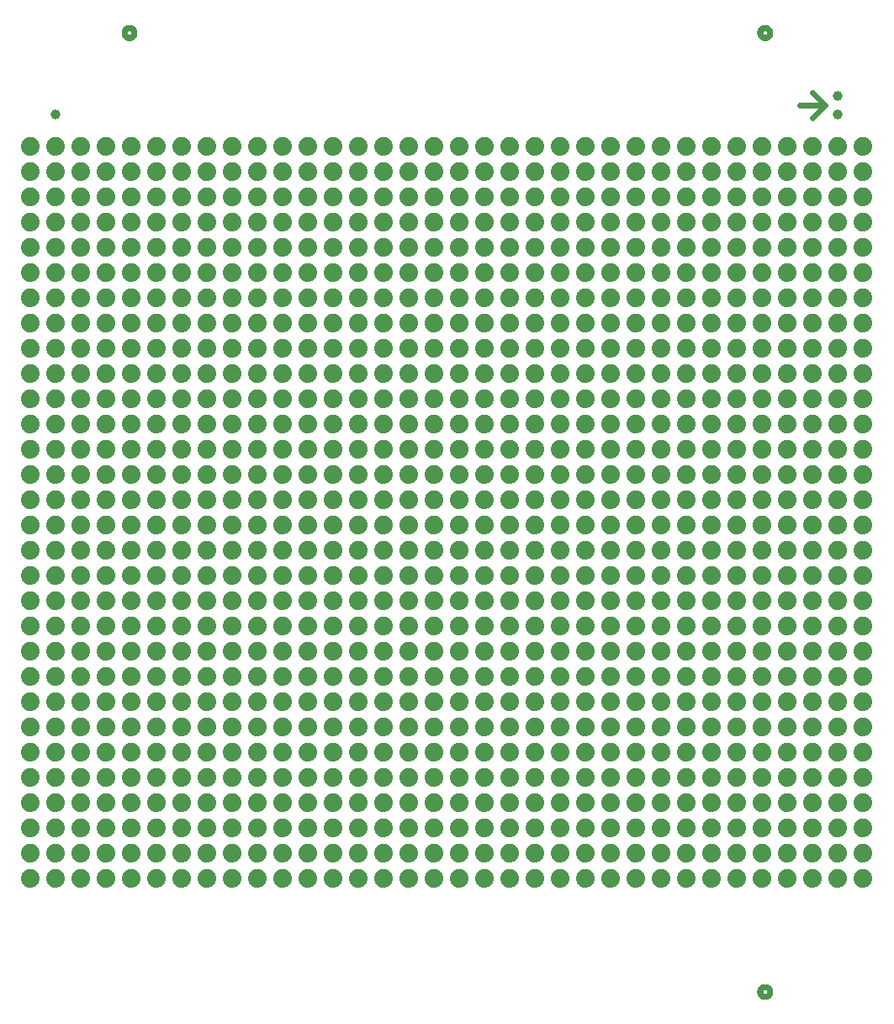
<source format=gtl>
G75*
%MOIN*%
%OFA0B0*%
%FSLAX25Y25*%
%IPPOS*%
%LPD*%
%AMOC8*
5,1,8,0,0,1.08239X$1,22.5*
%
%ADD10C,0.02400*%
%ADD11C,0.03937*%
%ADD12C,0.07400*%
D10*
X0307765Y0008690D02*
X0307767Y0008778D01*
X0307773Y0008866D01*
X0307783Y0008954D01*
X0307797Y0009042D01*
X0307814Y0009128D01*
X0307836Y0009214D01*
X0307861Y0009298D01*
X0307891Y0009382D01*
X0307923Y0009464D01*
X0307960Y0009544D01*
X0308000Y0009623D01*
X0308044Y0009700D01*
X0308091Y0009775D01*
X0308141Y0009847D01*
X0308195Y0009918D01*
X0308251Y0009985D01*
X0308311Y0010051D01*
X0308373Y0010113D01*
X0308439Y0010173D01*
X0308506Y0010229D01*
X0308577Y0010283D01*
X0308649Y0010333D01*
X0308724Y0010380D01*
X0308801Y0010424D01*
X0308880Y0010464D01*
X0308960Y0010501D01*
X0309042Y0010533D01*
X0309126Y0010563D01*
X0309210Y0010588D01*
X0309296Y0010610D01*
X0309382Y0010627D01*
X0309470Y0010641D01*
X0309558Y0010651D01*
X0309646Y0010657D01*
X0309734Y0010659D01*
X0309822Y0010657D01*
X0309910Y0010651D01*
X0309998Y0010641D01*
X0310086Y0010627D01*
X0310172Y0010610D01*
X0310258Y0010588D01*
X0310342Y0010563D01*
X0310426Y0010533D01*
X0310508Y0010501D01*
X0310588Y0010464D01*
X0310667Y0010424D01*
X0310744Y0010380D01*
X0310819Y0010333D01*
X0310891Y0010283D01*
X0310962Y0010229D01*
X0311029Y0010173D01*
X0311095Y0010113D01*
X0311157Y0010051D01*
X0311217Y0009985D01*
X0311273Y0009918D01*
X0311327Y0009847D01*
X0311377Y0009775D01*
X0311424Y0009700D01*
X0311468Y0009623D01*
X0311508Y0009544D01*
X0311545Y0009464D01*
X0311577Y0009382D01*
X0311607Y0009298D01*
X0311632Y0009214D01*
X0311654Y0009128D01*
X0311671Y0009042D01*
X0311685Y0008954D01*
X0311695Y0008866D01*
X0311701Y0008778D01*
X0311703Y0008690D01*
X0311701Y0008602D01*
X0311695Y0008514D01*
X0311685Y0008426D01*
X0311671Y0008338D01*
X0311654Y0008252D01*
X0311632Y0008166D01*
X0311607Y0008082D01*
X0311577Y0007998D01*
X0311545Y0007916D01*
X0311508Y0007836D01*
X0311468Y0007757D01*
X0311424Y0007680D01*
X0311377Y0007605D01*
X0311327Y0007533D01*
X0311273Y0007462D01*
X0311217Y0007395D01*
X0311157Y0007329D01*
X0311095Y0007267D01*
X0311029Y0007207D01*
X0310962Y0007151D01*
X0310891Y0007097D01*
X0310819Y0007047D01*
X0310744Y0007000D01*
X0310667Y0006956D01*
X0310588Y0006916D01*
X0310508Y0006879D01*
X0310426Y0006847D01*
X0310342Y0006817D01*
X0310258Y0006792D01*
X0310172Y0006770D01*
X0310086Y0006753D01*
X0309998Y0006739D01*
X0309910Y0006729D01*
X0309822Y0006723D01*
X0309734Y0006721D01*
X0309646Y0006723D01*
X0309558Y0006729D01*
X0309470Y0006739D01*
X0309382Y0006753D01*
X0309296Y0006770D01*
X0309210Y0006792D01*
X0309126Y0006817D01*
X0309042Y0006847D01*
X0308960Y0006879D01*
X0308880Y0006916D01*
X0308801Y0006956D01*
X0308724Y0007000D01*
X0308649Y0007047D01*
X0308577Y0007097D01*
X0308506Y0007151D01*
X0308439Y0007207D01*
X0308373Y0007267D01*
X0308311Y0007329D01*
X0308251Y0007395D01*
X0308195Y0007462D01*
X0308141Y0007533D01*
X0308091Y0007605D01*
X0308044Y0007680D01*
X0308000Y0007757D01*
X0307960Y0007836D01*
X0307923Y0007916D01*
X0307891Y0007998D01*
X0307861Y0008082D01*
X0307836Y0008166D01*
X0307814Y0008252D01*
X0307797Y0008338D01*
X0307783Y0008426D01*
X0307773Y0008514D01*
X0307767Y0008602D01*
X0307765Y0008690D01*
X0328750Y0354900D02*
X0333750Y0359900D01*
X0328750Y0364900D01*
X0323750Y0359900D02*
X0333750Y0359900D01*
X0307765Y0388611D02*
X0307767Y0388699D01*
X0307773Y0388787D01*
X0307783Y0388875D01*
X0307797Y0388963D01*
X0307814Y0389049D01*
X0307836Y0389135D01*
X0307861Y0389219D01*
X0307891Y0389303D01*
X0307923Y0389385D01*
X0307960Y0389465D01*
X0308000Y0389544D01*
X0308044Y0389621D01*
X0308091Y0389696D01*
X0308141Y0389768D01*
X0308195Y0389839D01*
X0308251Y0389906D01*
X0308311Y0389972D01*
X0308373Y0390034D01*
X0308439Y0390094D01*
X0308506Y0390150D01*
X0308577Y0390204D01*
X0308649Y0390254D01*
X0308724Y0390301D01*
X0308801Y0390345D01*
X0308880Y0390385D01*
X0308960Y0390422D01*
X0309042Y0390454D01*
X0309126Y0390484D01*
X0309210Y0390509D01*
X0309296Y0390531D01*
X0309382Y0390548D01*
X0309470Y0390562D01*
X0309558Y0390572D01*
X0309646Y0390578D01*
X0309734Y0390580D01*
X0309822Y0390578D01*
X0309910Y0390572D01*
X0309998Y0390562D01*
X0310086Y0390548D01*
X0310172Y0390531D01*
X0310258Y0390509D01*
X0310342Y0390484D01*
X0310426Y0390454D01*
X0310508Y0390422D01*
X0310588Y0390385D01*
X0310667Y0390345D01*
X0310744Y0390301D01*
X0310819Y0390254D01*
X0310891Y0390204D01*
X0310962Y0390150D01*
X0311029Y0390094D01*
X0311095Y0390034D01*
X0311157Y0389972D01*
X0311217Y0389906D01*
X0311273Y0389839D01*
X0311327Y0389768D01*
X0311377Y0389696D01*
X0311424Y0389621D01*
X0311468Y0389544D01*
X0311508Y0389465D01*
X0311545Y0389385D01*
X0311577Y0389303D01*
X0311607Y0389219D01*
X0311632Y0389135D01*
X0311654Y0389049D01*
X0311671Y0388963D01*
X0311685Y0388875D01*
X0311695Y0388787D01*
X0311701Y0388699D01*
X0311703Y0388611D01*
X0311701Y0388523D01*
X0311695Y0388435D01*
X0311685Y0388347D01*
X0311671Y0388259D01*
X0311654Y0388173D01*
X0311632Y0388087D01*
X0311607Y0388003D01*
X0311577Y0387919D01*
X0311545Y0387837D01*
X0311508Y0387757D01*
X0311468Y0387678D01*
X0311424Y0387601D01*
X0311377Y0387526D01*
X0311327Y0387454D01*
X0311273Y0387383D01*
X0311217Y0387316D01*
X0311157Y0387250D01*
X0311095Y0387188D01*
X0311029Y0387128D01*
X0310962Y0387072D01*
X0310891Y0387018D01*
X0310819Y0386968D01*
X0310744Y0386921D01*
X0310667Y0386877D01*
X0310588Y0386837D01*
X0310508Y0386800D01*
X0310426Y0386768D01*
X0310342Y0386738D01*
X0310258Y0386713D01*
X0310172Y0386691D01*
X0310086Y0386674D01*
X0309998Y0386660D01*
X0309910Y0386650D01*
X0309822Y0386644D01*
X0309734Y0386642D01*
X0309646Y0386644D01*
X0309558Y0386650D01*
X0309470Y0386660D01*
X0309382Y0386674D01*
X0309296Y0386691D01*
X0309210Y0386713D01*
X0309126Y0386738D01*
X0309042Y0386768D01*
X0308960Y0386800D01*
X0308880Y0386837D01*
X0308801Y0386877D01*
X0308724Y0386921D01*
X0308649Y0386968D01*
X0308577Y0387018D01*
X0308506Y0387072D01*
X0308439Y0387128D01*
X0308373Y0387188D01*
X0308311Y0387250D01*
X0308251Y0387316D01*
X0308195Y0387383D01*
X0308141Y0387454D01*
X0308091Y0387526D01*
X0308044Y0387601D01*
X0308000Y0387678D01*
X0307960Y0387757D01*
X0307923Y0387837D01*
X0307891Y0387919D01*
X0307861Y0388003D01*
X0307836Y0388087D01*
X0307814Y0388173D01*
X0307797Y0388259D01*
X0307783Y0388347D01*
X0307773Y0388435D01*
X0307767Y0388523D01*
X0307765Y0388611D01*
X0055796Y0388611D02*
X0055798Y0388699D01*
X0055804Y0388787D01*
X0055814Y0388875D01*
X0055828Y0388963D01*
X0055845Y0389049D01*
X0055867Y0389135D01*
X0055892Y0389219D01*
X0055922Y0389303D01*
X0055954Y0389385D01*
X0055991Y0389465D01*
X0056031Y0389544D01*
X0056075Y0389621D01*
X0056122Y0389696D01*
X0056172Y0389768D01*
X0056226Y0389839D01*
X0056282Y0389906D01*
X0056342Y0389972D01*
X0056404Y0390034D01*
X0056470Y0390094D01*
X0056537Y0390150D01*
X0056608Y0390204D01*
X0056680Y0390254D01*
X0056755Y0390301D01*
X0056832Y0390345D01*
X0056911Y0390385D01*
X0056991Y0390422D01*
X0057073Y0390454D01*
X0057157Y0390484D01*
X0057241Y0390509D01*
X0057327Y0390531D01*
X0057413Y0390548D01*
X0057501Y0390562D01*
X0057589Y0390572D01*
X0057677Y0390578D01*
X0057765Y0390580D01*
X0057853Y0390578D01*
X0057941Y0390572D01*
X0058029Y0390562D01*
X0058117Y0390548D01*
X0058203Y0390531D01*
X0058289Y0390509D01*
X0058373Y0390484D01*
X0058457Y0390454D01*
X0058539Y0390422D01*
X0058619Y0390385D01*
X0058698Y0390345D01*
X0058775Y0390301D01*
X0058850Y0390254D01*
X0058922Y0390204D01*
X0058993Y0390150D01*
X0059060Y0390094D01*
X0059126Y0390034D01*
X0059188Y0389972D01*
X0059248Y0389906D01*
X0059304Y0389839D01*
X0059358Y0389768D01*
X0059408Y0389696D01*
X0059455Y0389621D01*
X0059499Y0389544D01*
X0059539Y0389465D01*
X0059576Y0389385D01*
X0059608Y0389303D01*
X0059638Y0389219D01*
X0059663Y0389135D01*
X0059685Y0389049D01*
X0059702Y0388963D01*
X0059716Y0388875D01*
X0059726Y0388787D01*
X0059732Y0388699D01*
X0059734Y0388611D01*
X0059732Y0388523D01*
X0059726Y0388435D01*
X0059716Y0388347D01*
X0059702Y0388259D01*
X0059685Y0388173D01*
X0059663Y0388087D01*
X0059638Y0388003D01*
X0059608Y0387919D01*
X0059576Y0387837D01*
X0059539Y0387757D01*
X0059499Y0387678D01*
X0059455Y0387601D01*
X0059408Y0387526D01*
X0059358Y0387454D01*
X0059304Y0387383D01*
X0059248Y0387316D01*
X0059188Y0387250D01*
X0059126Y0387188D01*
X0059060Y0387128D01*
X0058993Y0387072D01*
X0058922Y0387018D01*
X0058850Y0386968D01*
X0058775Y0386921D01*
X0058698Y0386877D01*
X0058619Y0386837D01*
X0058539Y0386800D01*
X0058457Y0386768D01*
X0058373Y0386738D01*
X0058289Y0386713D01*
X0058203Y0386691D01*
X0058117Y0386674D01*
X0058029Y0386660D01*
X0057941Y0386650D01*
X0057853Y0386644D01*
X0057765Y0386642D01*
X0057677Y0386644D01*
X0057589Y0386650D01*
X0057501Y0386660D01*
X0057413Y0386674D01*
X0057327Y0386691D01*
X0057241Y0386713D01*
X0057157Y0386738D01*
X0057073Y0386768D01*
X0056991Y0386800D01*
X0056911Y0386837D01*
X0056832Y0386877D01*
X0056755Y0386921D01*
X0056680Y0386968D01*
X0056608Y0387018D01*
X0056537Y0387072D01*
X0056470Y0387128D01*
X0056404Y0387188D01*
X0056342Y0387250D01*
X0056282Y0387316D01*
X0056226Y0387383D01*
X0056172Y0387454D01*
X0056122Y0387526D01*
X0056075Y0387601D01*
X0056031Y0387678D01*
X0055991Y0387757D01*
X0055954Y0387837D01*
X0055922Y0387919D01*
X0055892Y0388003D01*
X0055867Y0388087D01*
X0055845Y0388173D01*
X0055828Y0388259D01*
X0055814Y0388347D01*
X0055804Y0388435D01*
X0055798Y0388523D01*
X0055796Y0388611D01*
D11*
X0028750Y0356150D03*
X0338750Y0356150D03*
X0338750Y0363650D03*
D12*
X0018750Y0053650D03*
X0028750Y0053650D03*
X0038750Y0053650D03*
X0048750Y0053650D03*
X0058750Y0053650D03*
X0068750Y0053650D03*
X0078750Y0053650D03*
X0088750Y0053650D03*
X0098750Y0053650D03*
X0108750Y0053650D03*
X0118750Y0053650D03*
X0128750Y0053650D03*
X0138750Y0053650D03*
X0148750Y0053650D03*
X0158750Y0053650D03*
X0168750Y0053650D03*
X0178750Y0053650D03*
X0188750Y0053650D03*
X0198750Y0053650D03*
X0208750Y0053650D03*
X0218750Y0053650D03*
X0228750Y0053650D03*
X0238750Y0053650D03*
X0248750Y0053650D03*
X0258750Y0053650D03*
X0268750Y0053650D03*
X0278750Y0053650D03*
X0288750Y0053650D03*
X0298750Y0053650D03*
X0308750Y0053650D03*
X0318750Y0053650D03*
X0328750Y0053650D03*
X0338750Y0053650D03*
X0348750Y0053650D03*
X0348750Y0063650D03*
X0348750Y0073650D03*
X0348750Y0083650D03*
X0348750Y0093650D03*
X0348750Y0103650D03*
X0348750Y0113650D03*
X0348750Y0123650D03*
X0348750Y0133650D03*
X0348750Y0143650D03*
X0348750Y0153650D03*
X0348750Y0163650D03*
X0348750Y0173650D03*
X0348750Y0183650D03*
X0348750Y0193650D03*
X0348750Y0203650D03*
X0348750Y0213650D03*
X0348750Y0223650D03*
X0348750Y0233650D03*
X0348750Y0243650D03*
X0348750Y0253650D03*
X0348750Y0263650D03*
X0348750Y0273650D03*
X0348750Y0283650D03*
X0348750Y0293650D03*
X0348750Y0303650D03*
X0348750Y0313650D03*
X0348750Y0323650D03*
X0348750Y0333650D03*
X0348750Y0343650D03*
X0338750Y0343650D03*
X0338750Y0333650D03*
X0338750Y0323650D03*
X0338750Y0313650D03*
X0338750Y0303650D03*
X0338750Y0293650D03*
X0338750Y0283650D03*
X0338750Y0273650D03*
X0338750Y0263650D03*
X0338750Y0253650D03*
X0338750Y0243650D03*
X0338750Y0233650D03*
X0338750Y0223650D03*
X0338750Y0213650D03*
X0338750Y0203650D03*
X0338750Y0193650D03*
X0338750Y0183650D03*
X0338750Y0173650D03*
X0338750Y0163650D03*
X0338750Y0153650D03*
X0338750Y0143650D03*
X0338750Y0133650D03*
X0338750Y0123650D03*
X0338750Y0113650D03*
X0338750Y0103650D03*
X0338750Y0093650D03*
X0338750Y0083650D03*
X0338750Y0073650D03*
X0338750Y0063650D03*
X0328750Y0063650D03*
X0328750Y0073650D03*
X0328750Y0083650D03*
X0328750Y0093650D03*
X0328750Y0103650D03*
X0328750Y0113650D03*
X0328750Y0123650D03*
X0328750Y0133650D03*
X0328750Y0143650D03*
X0328750Y0153650D03*
X0328750Y0163650D03*
X0328750Y0173650D03*
X0328750Y0183650D03*
X0328750Y0193650D03*
X0328750Y0203650D03*
X0328750Y0213650D03*
X0328750Y0223650D03*
X0328750Y0233650D03*
X0328750Y0243650D03*
X0328750Y0253650D03*
X0328750Y0263650D03*
X0328750Y0273650D03*
X0328750Y0283650D03*
X0328750Y0293650D03*
X0328750Y0303650D03*
X0328750Y0313650D03*
X0328750Y0323650D03*
X0328750Y0333650D03*
X0328750Y0343650D03*
X0318750Y0343650D03*
X0308750Y0343650D03*
X0308750Y0333650D03*
X0318750Y0333650D03*
X0318750Y0323650D03*
X0308750Y0323650D03*
X0308750Y0313650D03*
X0318750Y0313650D03*
X0318750Y0303650D03*
X0308750Y0303650D03*
X0308750Y0293650D03*
X0318750Y0293650D03*
X0318750Y0283650D03*
X0308750Y0283650D03*
X0308750Y0273650D03*
X0318750Y0273650D03*
X0318750Y0263650D03*
X0308750Y0263650D03*
X0308750Y0253650D03*
X0318750Y0253650D03*
X0318750Y0243650D03*
X0308750Y0243650D03*
X0308750Y0233650D03*
X0318750Y0233650D03*
X0318750Y0223650D03*
X0308750Y0223650D03*
X0308750Y0213650D03*
X0318750Y0213650D03*
X0318750Y0203650D03*
X0308750Y0203650D03*
X0308750Y0193650D03*
X0318750Y0193650D03*
X0318750Y0183650D03*
X0308750Y0183650D03*
X0308750Y0173650D03*
X0318750Y0173650D03*
X0318750Y0163650D03*
X0308750Y0163650D03*
X0308750Y0153650D03*
X0318750Y0153650D03*
X0318750Y0143650D03*
X0308750Y0143650D03*
X0308750Y0133650D03*
X0318750Y0133650D03*
X0318750Y0123650D03*
X0308750Y0123650D03*
X0308750Y0113650D03*
X0318750Y0113650D03*
X0318750Y0103650D03*
X0308750Y0103650D03*
X0308750Y0093650D03*
X0318750Y0093650D03*
X0318750Y0083650D03*
X0308750Y0083650D03*
X0308750Y0073650D03*
X0318750Y0073650D03*
X0318750Y0063650D03*
X0308750Y0063650D03*
X0298750Y0063650D03*
X0298750Y0073650D03*
X0298750Y0083650D03*
X0298750Y0093650D03*
X0298750Y0103650D03*
X0298750Y0113650D03*
X0298750Y0123650D03*
X0298750Y0133650D03*
X0298750Y0143650D03*
X0298750Y0153650D03*
X0298750Y0163650D03*
X0298750Y0173650D03*
X0298750Y0183650D03*
X0298750Y0193650D03*
X0298750Y0203650D03*
X0298750Y0213650D03*
X0298750Y0223650D03*
X0298750Y0233650D03*
X0298750Y0243650D03*
X0298750Y0253650D03*
X0298750Y0263650D03*
X0298750Y0273650D03*
X0298750Y0283650D03*
X0298750Y0293650D03*
X0298750Y0303650D03*
X0298750Y0313650D03*
X0298750Y0323650D03*
X0298750Y0333650D03*
X0298750Y0343650D03*
X0288750Y0343650D03*
X0288750Y0333650D03*
X0288750Y0323650D03*
X0288750Y0313650D03*
X0288750Y0303650D03*
X0288750Y0293650D03*
X0288750Y0283650D03*
X0288750Y0273650D03*
X0288750Y0263650D03*
X0288750Y0253650D03*
X0288750Y0243650D03*
X0288750Y0233650D03*
X0288750Y0223650D03*
X0288750Y0213650D03*
X0288750Y0203650D03*
X0288750Y0193650D03*
X0288750Y0183650D03*
X0288750Y0173650D03*
X0288750Y0163650D03*
X0288750Y0153650D03*
X0288750Y0143650D03*
X0288750Y0133650D03*
X0288750Y0123650D03*
X0288750Y0113650D03*
X0288750Y0103650D03*
X0288750Y0093650D03*
X0288750Y0083650D03*
X0288750Y0073650D03*
X0288750Y0063650D03*
X0278750Y0063650D03*
X0278750Y0073650D03*
X0268750Y0073650D03*
X0268750Y0063650D03*
X0258750Y0063650D03*
X0258750Y0073650D03*
X0258750Y0083650D03*
X0258750Y0093650D03*
X0268750Y0093650D03*
X0278750Y0093650D03*
X0278750Y0083650D03*
X0268750Y0083650D03*
X0268750Y0103650D03*
X0278750Y0103650D03*
X0278750Y0113650D03*
X0268750Y0113650D03*
X0268750Y0123650D03*
X0278750Y0123650D03*
X0278750Y0133650D03*
X0268750Y0133650D03*
X0268750Y0143650D03*
X0278750Y0143650D03*
X0278750Y0153650D03*
X0268750Y0153650D03*
X0268750Y0163650D03*
X0278750Y0163650D03*
X0278750Y0173650D03*
X0268750Y0173650D03*
X0268750Y0183650D03*
X0278750Y0183650D03*
X0278750Y0193650D03*
X0268750Y0193650D03*
X0268750Y0203650D03*
X0278750Y0203650D03*
X0278750Y0213650D03*
X0268750Y0213650D03*
X0268750Y0223650D03*
X0278750Y0223650D03*
X0278750Y0233650D03*
X0268750Y0233650D03*
X0268750Y0243650D03*
X0278750Y0243650D03*
X0278750Y0253650D03*
X0268750Y0253650D03*
X0268750Y0263650D03*
X0278750Y0263650D03*
X0278750Y0273650D03*
X0268750Y0273650D03*
X0268750Y0283650D03*
X0278750Y0283650D03*
X0278750Y0293650D03*
X0268750Y0293650D03*
X0268750Y0303650D03*
X0278750Y0303650D03*
X0278750Y0313650D03*
X0268750Y0313650D03*
X0268750Y0323650D03*
X0278750Y0323650D03*
X0278750Y0333650D03*
X0268750Y0333650D03*
X0268750Y0343650D03*
X0278750Y0343650D03*
X0258750Y0343650D03*
X0258750Y0333650D03*
X0258750Y0323650D03*
X0258750Y0313650D03*
X0258750Y0303650D03*
X0258750Y0293650D03*
X0258750Y0283650D03*
X0258750Y0273650D03*
X0258750Y0263650D03*
X0258750Y0253650D03*
X0258750Y0243650D03*
X0258750Y0233650D03*
X0258750Y0223650D03*
X0258750Y0213650D03*
X0258750Y0203650D03*
X0258750Y0193650D03*
X0258750Y0183650D03*
X0258750Y0173650D03*
X0258750Y0163650D03*
X0258750Y0153650D03*
X0258750Y0143650D03*
X0258750Y0133650D03*
X0258750Y0123650D03*
X0258750Y0113650D03*
X0258750Y0103650D03*
X0248750Y0103650D03*
X0248750Y0113650D03*
X0238750Y0113650D03*
X0238750Y0103650D03*
X0238750Y0093650D03*
X0248750Y0093650D03*
X0248750Y0083650D03*
X0238750Y0083650D03*
X0238750Y0073650D03*
X0248750Y0073650D03*
X0248750Y0063650D03*
X0238750Y0063650D03*
X0228750Y0063650D03*
X0228750Y0073650D03*
X0228750Y0083650D03*
X0228750Y0093650D03*
X0228750Y0103650D03*
X0228750Y0113650D03*
X0228750Y0123650D03*
X0228750Y0133650D03*
X0238750Y0133650D03*
X0248750Y0133650D03*
X0248750Y0123650D03*
X0238750Y0123650D03*
X0238750Y0143650D03*
X0248750Y0143650D03*
X0248750Y0153650D03*
X0238750Y0153650D03*
X0238750Y0163650D03*
X0248750Y0163650D03*
X0248750Y0173650D03*
X0238750Y0173650D03*
X0238750Y0183650D03*
X0248750Y0183650D03*
X0248750Y0193650D03*
X0238750Y0193650D03*
X0238750Y0203650D03*
X0248750Y0203650D03*
X0248750Y0213650D03*
X0238750Y0213650D03*
X0238750Y0223650D03*
X0248750Y0223650D03*
X0248750Y0233650D03*
X0238750Y0233650D03*
X0238750Y0243650D03*
X0248750Y0243650D03*
X0248750Y0253650D03*
X0238750Y0253650D03*
X0238750Y0263650D03*
X0248750Y0263650D03*
X0248750Y0273650D03*
X0238750Y0273650D03*
X0238750Y0283650D03*
X0248750Y0283650D03*
X0248750Y0293650D03*
X0238750Y0293650D03*
X0238750Y0303650D03*
X0248750Y0303650D03*
X0248750Y0313650D03*
X0238750Y0313650D03*
X0238750Y0323650D03*
X0248750Y0323650D03*
X0248750Y0333650D03*
X0238750Y0333650D03*
X0238750Y0343650D03*
X0248750Y0343650D03*
X0228750Y0343650D03*
X0228750Y0333650D03*
X0228750Y0323650D03*
X0228750Y0313650D03*
X0228750Y0303650D03*
X0228750Y0293650D03*
X0228750Y0283650D03*
X0228750Y0273650D03*
X0228750Y0263650D03*
X0228750Y0253650D03*
X0228750Y0243650D03*
X0228750Y0233650D03*
X0228750Y0223650D03*
X0228750Y0213650D03*
X0228750Y0203650D03*
X0228750Y0193650D03*
X0228750Y0183650D03*
X0228750Y0173650D03*
X0228750Y0163650D03*
X0228750Y0153650D03*
X0228750Y0143650D03*
X0218750Y0143650D03*
X0218750Y0153650D03*
X0218750Y0163650D03*
X0218750Y0173650D03*
X0218750Y0183650D03*
X0218750Y0193650D03*
X0218750Y0203650D03*
X0218750Y0213650D03*
X0218750Y0223650D03*
X0218750Y0233650D03*
X0218750Y0243650D03*
X0218750Y0253650D03*
X0218750Y0263650D03*
X0218750Y0273650D03*
X0218750Y0283650D03*
X0218750Y0293650D03*
X0218750Y0303650D03*
X0218750Y0313650D03*
X0218750Y0323650D03*
X0218750Y0333650D03*
X0218750Y0343650D03*
X0208750Y0343650D03*
X0198750Y0343650D03*
X0198750Y0333650D03*
X0208750Y0333650D03*
X0208750Y0323650D03*
X0198750Y0323650D03*
X0198750Y0313650D03*
X0208750Y0313650D03*
X0208750Y0303650D03*
X0198750Y0303650D03*
X0198750Y0293650D03*
X0208750Y0293650D03*
X0208750Y0283650D03*
X0198750Y0283650D03*
X0198750Y0273650D03*
X0208750Y0273650D03*
X0208750Y0263650D03*
X0198750Y0263650D03*
X0198750Y0253650D03*
X0208750Y0253650D03*
X0208750Y0243650D03*
X0198750Y0243650D03*
X0198750Y0233650D03*
X0208750Y0233650D03*
X0208750Y0223650D03*
X0198750Y0223650D03*
X0198750Y0213650D03*
X0208750Y0213650D03*
X0208750Y0203650D03*
X0198750Y0203650D03*
X0198750Y0193650D03*
X0208750Y0193650D03*
X0208750Y0183650D03*
X0198750Y0183650D03*
X0198750Y0173650D03*
X0208750Y0173650D03*
X0208750Y0163650D03*
X0198750Y0163650D03*
X0198750Y0153650D03*
X0208750Y0153650D03*
X0208750Y0143650D03*
X0198750Y0143650D03*
X0198750Y0133650D03*
X0208750Y0133650D03*
X0208750Y0123650D03*
X0198750Y0123650D03*
X0198750Y0113650D03*
X0208750Y0113650D03*
X0208750Y0103650D03*
X0198750Y0103650D03*
X0198750Y0093650D03*
X0208750Y0093650D03*
X0208750Y0083650D03*
X0198750Y0083650D03*
X0198750Y0073650D03*
X0208750Y0073650D03*
X0208750Y0063650D03*
X0198750Y0063650D03*
X0188750Y0063650D03*
X0188750Y0073650D03*
X0188750Y0083650D03*
X0188750Y0093650D03*
X0188750Y0103650D03*
X0188750Y0113650D03*
X0188750Y0123650D03*
X0188750Y0133650D03*
X0188750Y0143650D03*
X0188750Y0153650D03*
X0188750Y0163650D03*
X0188750Y0173650D03*
X0188750Y0183650D03*
X0188750Y0193650D03*
X0188750Y0203650D03*
X0188750Y0213650D03*
X0188750Y0223650D03*
X0188750Y0233650D03*
X0188750Y0243650D03*
X0188750Y0253650D03*
X0188750Y0263650D03*
X0188750Y0273650D03*
X0188750Y0283650D03*
X0188750Y0293650D03*
X0188750Y0303650D03*
X0188750Y0313650D03*
X0188750Y0323650D03*
X0188750Y0333650D03*
X0188750Y0343650D03*
X0178750Y0343650D03*
X0178750Y0333650D03*
X0178750Y0323650D03*
X0178750Y0313650D03*
X0178750Y0303650D03*
X0178750Y0293650D03*
X0178750Y0283650D03*
X0178750Y0273650D03*
X0178750Y0263650D03*
X0178750Y0253650D03*
X0178750Y0243650D03*
X0178750Y0233650D03*
X0178750Y0223650D03*
X0178750Y0213650D03*
X0178750Y0203650D03*
X0178750Y0193650D03*
X0178750Y0183650D03*
X0178750Y0173650D03*
X0178750Y0163650D03*
X0178750Y0153650D03*
X0178750Y0143650D03*
X0178750Y0133650D03*
X0178750Y0123650D03*
X0178750Y0113650D03*
X0178750Y0103650D03*
X0178750Y0093650D03*
X0178750Y0083650D03*
X0178750Y0073650D03*
X0178750Y0063650D03*
X0168750Y0063650D03*
X0168750Y0073650D03*
X0158750Y0073650D03*
X0158750Y0063650D03*
X0148750Y0063650D03*
X0148750Y0073650D03*
X0148750Y0083650D03*
X0148750Y0093650D03*
X0158750Y0093650D03*
X0168750Y0093650D03*
X0168750Y0083650D03*
X0158750Y0083650D03*
X0158750Y0103650D03*
X0168750Y0103650D03*
X0168750Y0113650D03*
X0158750Y0113650D03*
X0158750Y0123650D03*
X0168750Y0123650D03*
X0168750Y0133650D03*
X0158750Y0133650D03*
X0158750Y0143650D03*
X0168750Y0143650D03*
X0168750Y0153650D03*
X0158750Y0153650D03*
X0158750Y0163650D03*
X0168750Y0163650D03*
X0168750Y0173650D03*
X0158750Y0173650D03*
X0158750Y0183650D03*
X0168750Y0183650D03*
X0168750Y0193650D03*
X0158750Y0193650D03*
X0158750Y0203650D03*
X0168750Y0203650D03*
X0168750Y0213650D03*
X0158750Y0213650D03*
X0158750Y0223650D03*
X0168750Y0223650D03*
X0168750Y0233650D03*
X0158750Y0233650D03*
X0158750Y0243650D03*
X0168750Y0243650D03*
X0168750Y0253650D03*
X0158750Y0253650D03*
X0158750Y0263650D03*
X0168750Y0263650D03*
X0168750Y0273650D03*
X0158750Y0273650D03*
X0158750Y0283650D03*
X0168750Y0283650D03*
X0168750Y0293650D03*
X0158750Y0293650D03*
X0158750Y0303650D03*
X0168750Y0303650D03*
X0168750Y0313650D03*
X0158750Y0313650D03*
X0158750Y0323650D03*
X0168750Y0323650D03*
X0168750Y0333650D03*
X0158750Y0333650D03*
X0158750Y0343650D03*
X0168750Y0343650D03*
X0148750Y0343650D03*
X0148750Y0333650D03*
X0148750Y0323650D03*
X0148750Y0313650D03*
X0148750Y0303650D03*
X0148750Y0293650D03*
X0148750Y0283650D03*
X0148750Y0273650D03*
X0148750Y0263650D03*
X0148750Y0253650D03*
X0148750Y0243650D03*
X0148750Y0233650D03*
X0148750Y0223650D03*
X0148750Y0213650D03*
X0148750Y0203650D03*
X0148750Y0193650D03*
X0148750Y0183650D03*
X0148750Y0173650D03*
X0148750Y0163650D03*
X0148750Y0153650D03*
X0148750Y0143650D03*
X0148750Y0133650D03*
X0148750Y0123650D03*
X0148750Y0113650D03*
X0148750Y0103650D03*
X0138750Y0103650D03*
X0138750Y0113650D03*
X0128750Y0113650D03*
X0128750Y0103650D03*
X0128750Y0093650D03*
X0138750Y0093650D03*
X0138750Y0083650D03*
X0128750Y0083650D03*
X0128750Y0073650D03*
X0138750Y0073650D03*
X0138750Y0063650D03*
X0128750Y0063650D03*
X0118750Y0063650D03*
X0118750Y0073650D03*
X0118750Y0083650D03*
X0118750Y0093650D03*
X0118750Y0103650D03*
X0118750Y0113650D03*
X0118750Y0123650D03*
X0118750Y0133650D03*
X0128750Y0133650D03*
X0138750Y0133650D03*
X0138750Y0123650D03*
X0128750Y0123650D03*
X0128750Y0143650D03*
X0138750Y0143650D03*
X0138750Y0153650D03*
X0128750Y0153650D03*
X0128750Y0163650D03*
X0138750Y0163650D03*
X0138750Y0173650D03*
X0128750Y0173650D03*
X0128750Y0183650D03*
X0138750Y0183650D03*
X0138750Y0193650D03*
X0128750Y0193650D03*
X0128750Y0203650D03*
X0138750Y0203650D03*
X0138750Y0213650D03*
X0128750Y0213650D03*
X0128750Y0223650D03*
X0138750Y0223650D03*
X0138750Y0233650D03*
X0128750Y0233650D03*
X0128750Y0243650D03*
X0138750Y0243650D03*
X0138750Y0253650D03*
X0128750Y0253650D03*
X0128750Y0263650D03*
X0138750Y0263650D03*
X0138750Y0273650D03*
X0128750Y0273650D03*
X0128750Y0283650D03*
X0138750Y0283650D03*
X0138750Y0293650D03*
X0128750Y0293650D03*
X0128750Y0303650D03*
X0138750Y0303650D03*
X0138750Y0313650D03*
X0128750Y0313650D03*
X0128750Y0323650D03*
X0138750Y0323650D03*
X0138750Y0333650D03*
X0128750Y0333650D03*
X0128750Y0343650D03*
X0138750Y0343650D03*
X0118750Y0343650D03*
X0118750Y0333650D03*
X0118750Y0323650D03*
X0118750Y0313650D03*
X0118750Y0303650D03*
X0118750Y0293650D03*
X0118750Y0283650D03*
X0118750Y0273650D03*
X0118750Y0263650D03*
X0118750Y0253650D03*
X0118750Y0243650D03*
X0118750Y0233650D03*
X0118750Y0223650D03*
X0118750Y0213650D03*
X0118750Y0203650D03*
X0118750Y0193650D03*
X0118750Y0183650D03*
X0118750Y0173650D03*
X0118750Y0163650D03*
X0118750Y0153650D03*
X0118750Y0143650D03*
X0108750Y0143650D03*
X0108750Y0153650D03*
X0108750Y0163650D03*
X0108750Y0173650D03*
X0108750Y0183650D03*
X0108750Y0193650D03*
X0108750Y0203650D03*
X0108750Y0213650D03*
X0108750Y0223650D03*
X0108750Y0233650D03*
X0108750Y0243650D03*
X0108750Y0253650D03*
X0108750Y0263650D03*
X0108750Y0273650D03*
X0108750Y0283650D03*
X0108750Y0293650D03*
X0108750Y0303650D03*
X0108750Y0313650D03*
X0108750Y0323650D03*
X0108750Y0333650D03*
X0108750Y0343650D03*
X0098750Y0343650D03*
X0088750Y0343650D03*
X0088750Y0333650D03*
X0098750Y0333650D03*
X0098750Y0323650D03*
X0088750Y0323650D03*
X0088750Y0313650D03*
X0098750Y0313650D03*
X0098750Y0303650D03*
X0088750Y0303650D03*
X0088750Y0293650D03*
X0098750Y0293650D03*
X0098750Y0283650D03*
X0088750Y0283650D03*
X0088750Y0273650D03*
X0098750Y0273650D03*
X0098750Y0263650D03*
X0088750Y0263650D03*
X0088750Y0253650D03*
X0098750Y0253650D03*
X0098750Y0243650D03*
X0088750Y0243650D03*
X0088750Y0233650D03*
X0098750Y0233650D03*
X0098750Y0223650D03*
X0088750Y0223650D03*
X0088750Y0213650D03*
X0098750Y0213650D03*
X0098750Y0203650D03*
X0088750Y0203650D03*
X0088750Y0193650D03*
X0098750Y0193650D03*
X0098750Y0183650D03*
X0088750Y0183650D03*
X0088750Y0173650D03*
X0098750Y0173650D03*
X0098750Y0163650D03*
X0088750Y0163650D03*
X0088750Y0153650D03*
X0098750Y0153650D03*
X0098750Y0143650D03*
X0088750Y0143650D03*
X0088750Y0133650D03*
X0098750Y0133650D03*
X0098750Y0123650D03*
X0088750Y0123650D03*
X0088750Y0113650D03*
X0098750Y0113650D03*
X0098750Y0103650D03*
X0088750Y0103650D03*
X0088750Y0093650D03*
X0098750Y0093650D03*
X0098750Y0083650D03*
X0088750Y0083650D03*
X0088750Y0073650D03*
X0098750Y0073650D03*
X0098750Y0063650D03*
X0088750Y0063650D03*
X0078750Y0063650D03*
X0078750Y0073650D03*
X0078750Y0083650D03*
X0078750Y0093650D03*
X0078750Y0103650D03*
X0078750Y0113650D03*
X0078750Y0123650D03*
X0078750Y0133650D03*
X0078750Y0143650D03*
X0078750Y0153650D03*
X0078750Y0163650D03*
X0078750Y0173650D03*
X0078750Y0183650D03*
X0078750Y0193650D03*
X0078750Y0203650D03*
X0078750Y0213650D03*
X0078750Y0223650D03*
X0078750Y0233650D03*
X0078750Y0243650D03*
X0078750Y0253650D03*
X0078750Y0263650D03*
X0078750Y0273650D03*
X0078750Y0283650D03*
X0078750Y0293650D03*
X0078750Y0303650D03*
X0078750Y0313650D03*
X0078750Y0323650D03*
X0078750Y0333650D03*
X0078750Y0343650D03*
X0068750Y0343650D03*
X0058750Y0343650D03*
X0058750Y0333650D03*
X0068750Y0333650D03*
X0068750Y0323650D03*
X0058750Y0323650D03*
X0058750Y0313650D03*
X0068750Y0313650D03*
X0068750Y0303650D03*
X0058750Y0303650D03*
X0058750Y0293650D03*
X0068750Y0293650D03*
X0068750Y0283650D03*
X0058750Y0283650D03*
X0058750Y0273650D03*
X0068750Y0273650D03*
X0068750Y0263650D03*
X0058750Y0263650D03*
X0058750Y0253650D03*
X0068750Y0253650D03*
X0068750Y0243650D03*
X0058750Y0243650D03*
X0058750Y0233650D03*
X0068750Y0233650D03*
X0068750Y0223650D03*
X0058750Y0223650D03*
X0058750Y0213650D03*
X0068750Y0213650D03*
X0068750Y0203650D03*
X0058750Y0203650D03*
X0058750Y0193650D03*
X0068750Y0193650D03*
X0068750Y0183650D03*
X0058750Y0183650D03*
X0058750Y0173650D03*
X0068750Y0173650D03*
X0068750Y0163650D03*
X0058750Y0163650D03*
X0058750Y0153650D03*
X0068750Y0153650D03*
X0068750Y0143650D03*
X0058750Y0143650D03*
X0058750Y0133650D03*
X0068750Y0133650D03*
X0068750Y0123650D03*
X0058750Y0123650D03*
X0058750Y0113650D03*
X0068750Y0113650D03*
X0068750Y0103650D03*
X0058750Y0103650D03*
X0058750Y0093650D03*
X0068750Y0093650D03*
X0068750Y0083650D03*
X0058750Y0083650D03*
X0058750Y0073650D03*
X0068750Y0073650D03*
X0068750Y0063650D03*
X0058750Y0063650D03*
X0048750Y0063650D03*
X0048750Y0073650D03*
X0048750Y0083650D03*
X0048750Y0093650D03*
X0048750Y0103650D03*
X0048750Y0113650D03*
X0048750Y0123650D03*
X0048750Y0133650D03*
X0048750Y0143650D03*
X0048750Y0153650D03*
X0048750Y0163650D03*
X0048750Y0173650D03*
X0048750Y0183650D03*
X0048750Y0193650D03*
X0048750Y0203650D03*
X0048750Y0213650D03*
X0048750Y0223650D03*
X0048750Y0233650D03*
X0048750Y0243650D03*
X0048750Y0253650D03*
X0048750Y0263650D03*
X0048750Y0273650D03*
X0048750Y0283650D03*
X0048750Y0293650D03*
X0048750Y0303650D03*
X0048750Y0313650D03*
X0048750Y0323650D03*
X0048750Y0333650D03*
X0048750Y0343650D03*
X0038750Y0343650D03*
X0038750Y0333650D03*
X0038750Y0323650D03*
X0038750Y0313650D03*
X0038750Y0303650D03*
X0038750Y0293650D03*
X0038750Y0283650D03*
X0038750Y0273650D03*
X0038750Y0263650D03*
X0038750Y0253650D03*
X0038750Y0243650D03*
X0038750Y0233650D03*
X0038750Y0223650D03*
X0038750Y0213650D03*
X0038750Y0203650D03*
X0038750Y0193650D03*
X0038750Y0183650D03*
X0038750Y0173650D03*
X0038750Y0163650D03*
X0038750Y0153650D03*
X0038750Y0143650D03*
X0038750Y0133650D03*
X0038750Y0123650D03*
X0038750Y0113650D03*
X0038750Y0103650D03*
X0038750Y0093650D03*
X0038750Y0083650D03*
X0038750Y0073650D03*
X0038750Y0063650D03*
X0028750Y0063650D03*
X0028750Y0073650D03*
X0018750Y0073650D03*
X0018750Y0063650D03*
X0018750Y0083650D03*
X0028750Y0083650D03*
X0028750Y0093650D03*
X0018750Y0093650D03*
X0018750Y0103650D03*
X0028750Y0103650D03*
X0028750Y0113650D03*
X0018750Y0113650D03*
X0018750Y0123650D03*
X0028750Y0123650D03*
X0028750Y0133650D03*
X0018750Y0133650D03*
X0018750Y0143650D03*
X0028750Y0143650D03*
X0028750Y0153650D03*
X0018750Y0153650D03*
X0018750Y0163650D03*
X0028750Y0163650D03*
X0028750Y0173650D03*
X0018750Y0173650D03*
X0018750Y0183650D03*
X0028750Y0183650D03*
X0028750Y0193650D03*
X0018750Y0193650D03*
X0018750Y0203650D03*
X0028750Y0203650D03*
X0028750Y0213650D03*
X0018750Y0213650D03*
X0018750Y0223650D03*
X0028750Y0223650D03*
X0028750Y0233650D03*
X0018750Y0233650D03*
X0018750Y0243650D03*
X0028750Y0243650D03*
X0028750Y0253650D03*
X0018750Y0253650D03*
X0018750Y0263650D03*
X0028750Y0263650D03*
X0028750Y0273650D03*
X0018750Y0273650D03*
X0018750Y0283650D03*
X0028750Y0283650D03*
X0028750Y0293650D03*
X0018750Y0293650D03*
X0018750Y0303650D03*
X0028750Y0303650D03*
X0028750Y0313650D03*
X0018750Y0313650D03*
X0018750Y0323650D03*
X0028750Y0323650D03*
X0028750Y0333650D03*
X0018750Y0333650D03*
X0018750Y0343650D03*
X0028750Y0343650D03*
X0108750Y0133650D03*
X0108750Y0123650D03*
X0108750Y0113650D03*
X0108750Y0103650D03*
X0108750Y0093650D03*
X0108750Y0083650D03*
X0108750Y0073650D03*
X0108750Y0063650D03*
X0218750Y0063650D03*
X0218750Y0073650D03*
X0218750Y0083650D03*
X0218750Y0093650D03*
X0218750Y0103650D03*
X0218750Y0113650D03*
X0218750Y0123650D03*
X0218750Y0133650D03*
M02*

</source>
